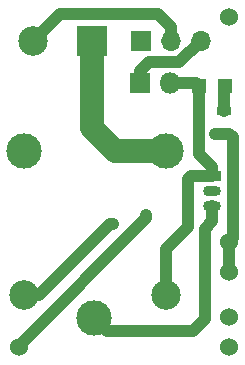
<source format=gtl>
G04 #@! TF.FileFunction,Copper,L1,Top,Signal*
%FSLAX46Y46*%
G04 Gerber Fmt 4.6, Leading zero omitted, Abs format (unit mm)*
G04 Created by KiCad (PCBNEW 4.0.6+dfsg1-1) date Mon Feb 26 15:54:24 2018*
%MOMM*%
%LPD*%
G01*
G04 APERTURE LIST*
%ADD10C,0.100000*%
%ADD11C,1.524000*%
%ADD12R,1.800000X1.800000*%
%ADD13O,1.800000X1.800000*%
%ADD14R,1.700000X1.700000*%
%ADD15O,1.700000X1.700000*%
%ADD16R,2.500000X2.500000*%
%ADD17C,2.500000*%
%ADD18C,3.000000*%
%ADD19O,1.501140X0.899160*%
%ADD20R,1.501140X0.899160*%
%ADD21R,1.200000X1.200000*%
%ADD22R,1.300000X0.700000*%
%ADD23C,0.600000*%
%ADD24C,1.000000*%
%ADD25C,2.000000*%
G04 APERTURE END LIST*
D10*
D11*
X19121120Y1346200D03*
X19121120Y3886200D03*
X19121120Y7696200D03*
X19121120Y10236200D03*
X1341120Y1346200D03*
X19121120Y29286200D03*
D12*
X11628120Y23698200D03*
D13*
X14168120Y23698200D03*
D14*
X11691620Y27317700D03*
D15*
X14231620Y27317700D03*
X16771620Y27317700D03*
D16*
X7564120Y27254200D03*
D17*
X2564120Y27254200D03*
X13817320Y5734600D03*
D18*
X13817320Y17934600D03*
X1767320Y17984600D03*
D17*
X1817320Y5734600D03*
D18*
X7767320Y3784600D03*
D19*
X17724120Y14554200D03*
X17724120Y13284200D03*
D20*
X17724120Y15824200D03*
D21*
X18824120Y23444200D03*
X16624120Y23444200D03*
D22*
X18740120Y19446200D03*
X18740120Y21346200D03*
D23*
X9342120Y11760200D03*
X17978120Y19380200D03*
X12136120Y12522200D03*
D24*
X13817320Y5734600D02*
X13817320Y9631400D01*
X15946120Y15824200D02*
X17724120Y15824200D01*
X15692120Y15570200D02*
X15946120Y15824200D01*
X15692120Y11506200D02*
X15692120Y15570200D01*
X13817320Y9631400D02*
X15692120Y11506200D01*
X17724120Y15824200D02*
X17724120Y16586200D01*
X16624120Y17686200D02*
X16624120Y23444200D01*
X17724120Y16586200D02*
X16624120Y17686200D01*
X14168120Y23698200D02*
X16370120Y23698200D01*
X16370120Y23698200D02*
X16624120Y23444200D01*
X1817320Y5734600D02*
X3062520Y5734600D01*
X3062520Y5734600D02*
X9088120Y11760200D01*
X9088120Y11760200D02*
X9342120Y11760200D01*
X11628120Y23698200D02*
X11628120Y24714200D01*
X14930120Y25476200D02*
X16771620Y27317700D01*
X12390120Y25476200D02*
X14930120Y25476200D01*
X11628120Y24714200D02*
X12390120Y25476200D01*
X18740120Y19446200D02*
X18044120Y19446200D01*
X18044120Y19446200D02*
X17978120Y19380200D01*
X19121120Y7696200D02*
X19121120Y10236200D01*
X18740120Y19446200D02*
X19182120Y19446200D01*
X19182120Y19446200D02*
X19502120Y19126200D01*
X19502120Y19126200D02*
X19502120Y10617200D01*
X19502120Y10617200D02*
X19121120Y10236200D01*
X1341120Y1346200D02*
X1341120Y1473200D01*
X1341120Y1473200D02*
X12136120Y12268200D01*
X12136120Y12268200D02*
X12136120Y12522200D01*
X17724120Y13284200D02*
X17724120Y12014200D01*
X16073120Y2743200D02*
X8808720Y2743200D01*
X17089120Y3759200D02*
X16073120Y2743200D01*
X17089120Y11379200D02*
X17089120Y3759200D01*
X17724120Y12014200D02*
X17089120Y11379200D01*
X8808720Y2743200D02*
X7767320Y3784600D01*
X14231620Y27317700D02*
X14231620Y28460700D01*
X4850120Y29540200D02*
X2564120Y27254200D01*
X13152120Y29540200D02*
X4850120Y29540200D01*
X14231620Y28460700D02*
X13152120Y29540200D01*
D25*
X7564120Y27254200D02*
X7564120Y19888200D01*
X9517720Y17934600D02*
X13817320Y17934600D01*
X7564120Y19888200D02*
X9517720Y17934600D01*
D24*
X18740120Y21346200D02*
X18740120Y23360200D01*
X18740120Y23360200D02*
X18824120Y23444200D01*
M02*

</source>
